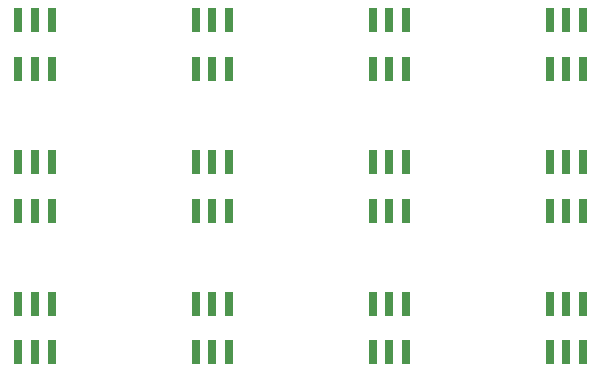
<source format=gbr>
G04 #@! TF.GenerationSoftware,KiCad,Pcbnew,5.0.2-bee76a0~70~ubuntu18.04.1*
G04 #@! TF.CreationDate,2020-01-30T22:42:59+01:00*
G04 #@! TF.ProjectId,schmitt_trigger_adapter,7363686d-6974-4745-9f74-726967676572,rev?*
G04 #@! TF.SameCoordinates,Original*
G04 #@! TF.FileFunction,Paste,Top*
G04 #@! TF.FilePolarity,Positive*
%FSLAX46Y46*%
G04 Gerber Fmt 4.6, Leading zero omitted, Abs format (unit mm)*
G04 Created by KiCad (PCBNEW 5.0.2-bee76a0~70~ubuntu18.04.1) date Thu 30 Jan 2020 10:42:59 PM CET*
%MOMM*%
%LPD*%
G01*
G04 APERTURE LIST*
%ADD10R,0.700000X2.000000*%
G04 APERTURE END LIST*
D10*
G04 #@! TO.C,J1*
X181700000Y-97950000D03*
X180300000Y-97950000D03*
X178900000Y-97950000D03*
X178900000Y-102050000D03*
X181700000Y-102050000D03*
X180300000Y-102050000D03*
G04 #@! TD*
G04 #@! TO.C,J1*
X166700000Y-97950000D03*
X165300000Y-97950000D03*
X163900000Y-97950000D03*
X163900000Y-102050000D03*
X166700000Y-102050000D03*
X165300000Y-102050000D03*
G04 #@! TD*
G04 #@! TO.C,J1*
X151700000Y-97950000D03*
X150300000Y-97950000D03*
X148900000Y-97950000D03*
X148900000Y-102050000D03*
X151700000Y-102050000D03*
X150300000Y-102050000D03*
G04 #@! TD*
G04 #@! TO.C,J1*
X136700000Y-97950000D03*
X135300000Y-97950000D03*
X133900000Y-97950000D03*
X133900000Y-102050000D03*
X136700000Y-102050000D03*
X135300000Y-102050000D03*
G04 #@! TD*
G04 #@! TO.C,J1*
X181700000Y-85950000D03*
X180300000Y-85950000D03*
X178900000Y-85950000D03*
X178900000Y-90050000D03*
X181700000Y-90050000D03*
X180300000Y-90050000D03*
G04 #@! TD*
G04 #@! TO.C,J1*
X166700000Y-85950000D03*
X165300000Y-85950000D03*
X163900000Y-85950000D03*
X163900000Y-90050000D03*
X166700000Y-90050000D03*
X165300000Y-90050000D03*
G04 #@! TD*
G04 #@! TO.C,J1*
X151700000Y-85950000D03*
X150300000Y-85950000D03*
X148900000Y-85950000D03*
X148900000Y-90050000D03*
X151700000Y-90050000D03*
X150300000Y-90050000D03*
G04 #@! TD*
G04 #@! TO.C,J1*
X136700000Y-85950000D03*
X135300000Y-85950000D03*
X133900000Y-85950000D03*
X133900000Y-90050000D03*
X136700000Y-90050000D03*
X135300000Y-90050000D03*
G04 #@! TD*
G04 #@! TO.C,J1*
X181700000Y-73950000D03*
X180300000Y-73950000D03*
X178900000Y-73950000D03*
X178900000Y-78050000D03*
X181700000Y-78050000D03*
X180300000Y-78050000D03*
G04 #@! TD*
G04 #@! TO.C,J1*
X166700000Y-73950000D03*
X165300000Y-73950000D03*
X163900000Y-73950000D03*
X163900000Y-78050000D03*
X166700000Y-78050000D03*
X165300000Y-78050000D03*
G04 #@! TD*
G04 #@! TO.C,J1*
X151700000Y-73950000D03*
X150300000Y-73950000D03*
X148900000Y-73950000D03*
X148900000Y-78050000D03*
X151700000Y-78050000D03*
X150300000Y-78050000D03*
G04 #@! TD*
G04 #@! TO.C,J1*
X135300000Y-78050000D03*
X136700000Y-78050000D03*
X133900000Y-78050000D03*
X133900000Y-73950000D03*
X135300000Y-73950000D03*
X136700000Y-73950000D03*
G04 #@! TD*
M02*

</source>
